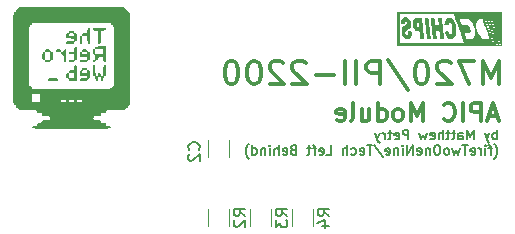
<source format=gbr>
%TF.GenerationSoftware,KiCad,Pcbnew,(6.0.5)*%
%TF.CreationDate,2023-06-09T12:11:34-05:00*%
%TF.ProjectId,pcchips_apic,70636368-6970-4735-9f61-7069632e6b69,rev?*%
%TF.SameCoordinates,Original*%
%TF.FileFunction,Legend,Bot*%
%TF.FilePolarity,Positive*%
%FSLAX46Y46*%
G04 Gerber Fmt 4.6, Leading zero omitted, Abs format (unit mm)*
G04 Created by KiCad (PCBNEW (6.0.5)) date 2023-06-09 12:11:34*
%MOMM*%
%LPD*%
G01*
G04 APERTURE LIST*
%ADD10C,0.152400*%
%ADD11C,0.304800*%
%ADD12C,0.300000*%
%ADD13C,0.150000*%
%ADD14C,0.120000*%
G04 APERTURE END LIST*
D10*
X138136178Y-66513557D02*
X138136178Y-65695557D01*
X138136178Y-66007176D02*
X138058273Y-65968224D01*
X137902463Y-65968224D01*
X137824559Y-66007176D01*
X137785606Y-66046129D01*
X137746654Y-66124033D01*
X137746654Y-66357748D01*
X137785606Y-66435652D01*
X137824559Y-66474605D01*
X137902463Y-66513557D01*
X138058273Y-66513557D01*
X138136178Y-66474605D01*
X137473987Y-65968224D02*
X137279225Y-66513557D01*
X137084463Y-65968224D02*
X137279225Y-66513557D01*
X137357130Y-66708319D01*
X137396082Y-66747271D01*
X137473987Y-66786224D01*
X136149606Y-66513557D02*
X136149606Y-65695557D01*
X135876940Y-66279843D01*
X135604273Y-65695557D01*
X135604273Y-66513557D01*
X134864178Y-66513557D02*
X134864178Y-66085081D01*
X134903130Y-66007176D01*
X134981035Y-65968224D01*
X135136844Y-65968224D01*
X135214749Y-66007176D01*
X134864178Y-66474605D02*
X134942082Y-66513557D01*
X135136844Y-66513557D01*
X135214749Y-66474605D01*
X135253701Y-66396700D01*
X135253701Y-66318795D01*
X135214749Y-66240890D01*
X135136844Y-66201938D01*
X134942082Y-66201938D01*
X134864178Y-66162986D01*
X134591511Y-65968224D02*
X134279892Y-65968224D01*
X134474654Y-65695557D02*
X134474654Y-66396700D01*
X134435701Y-66474605D01*
X134357797Y-66513557D01*
X134279892Y-66513557D01*
X134124082Y-65968224D02*
X133812463Y-65968224D01*
X134007225Y-65695557D02*
X134007225Y-66396700D01*
X133968273Y-66474605D01*
X133890368Y-66513557D01*
X133812463Y-66513557D01*
X133539797Y-66513557D02*
X133539797Y-65695557D01*
X133189225Y-66513557D02*
X133189225Y-66085081D01*
X133228178Y-66007176D01*
X133306082Y-65968224D01*
X133422940Y-65968224D01*
X133500844Y-66007176D01*
X133539797Y-66046129D01*
X132488082Y-66474605D02*
X132565987Y-66513557D01*
X132721797Y-66513557D01*
X132799701Y-66474605D01*
X132838654Y-66396700D01*
X132838654Y-66085081D01*
X132799701Y-66007176D01*
X132721797Y-65968224D01*
X132565987Y-65968224D01*
X132488082Y-66007176D01*
X132449130Y-66085081D01*
X132449130Y-66162986D01*
X132838654Y-66240890D01*
X132176463Y-65968224D02*
X132020654Y-66513557D01*
X131864844Y-66124033D01*
X131709035Y-66513557D01*
X131553225Y-65968224D01*
X130618368Y-66513557D02*
X130618368Y-65695557D01*
X130306749Y-65695557D01*
X130228844Y-65734510D01*
X130189892Y-65773462D01*
X130150940Y-65851367D01*
X130150940Y-65968224D01*
X130189892Y-66046129D01*
X130228844Y-66085081D01*
X130306749Y-66124033D01*
X130618368Y-66124033D01*
X129488749Y-66474605D02*
X129566654Y-66513557D01*
X129722463Y-66513557D01*
X129800368Y-66474605D01*
X129839320Y-66396700D01*
X129839320Y-66085081D01*
X129800368Y-66007176D01*
X129722463Y-65968224D01*
X129566654Y-65968224D01*
X129488749Y-66007176D01*
X129449797Y-66085081D01*
X129449797Y-66162986D01*
X129839320Y-66240890D01*
X129216082Y-65968224D02*
X128904463Y-65968224D01*
X129099225Y-65695557D02*
X129099225Y-66396700D01*
X129060273Y-66474605D01*
X128982368Y-66513557D01*
X128904463Y-66513557D01*
X128631797Y-66513557D02*
X128631797Y-65968224D01*
X128631797Y-66124033D02*
X128592844Y-66046129D01*
X128553892Y-66007176D01*
X128475987Y-65968224D01*
X128398082Y-65968224D01*
X128203320Y-65968224D02*
X128008559Y-66513557D01*
X127813797Y-65968224D02*
X128008559Y-66513557D01*
X128086463Y-66708319D01*
X128125416Y-66747271D01*
X128203320Y-66786224D01*
X137902463Y-68142156D02*
X137941416Y-68103204D01*
X138019320Y-67986347D01*
X138058273Y-67908442D01*
X138097225Y-67791585D01*
X138136178Y-67596823D01*
X138136178Y-67441013D01*
X138097225Y-67246251D01*
X138058273Y-67129394D01*
X138019320Y-67051490D01*
X137941416Y-66934632D01*
X137902463Y-66895680D01*
X137707701Y-67285204D02*
X137396082Y-67285204D01*
X137590844Y-67830537D02*
X137590844Y-67129394D01*
X137551892Y-67051490D01*
X137473987Y-67012537D01*
X137396082Y-67012537D01*
X137123416Y-67830537D02*
X137123416Y-67285204D01*
X137123416Y-67012537D02*
X137162368Y-67051490D01*
X137123416Y-67090442D01*
X137084463Y-67051490D01*
X137123416Y-67012537D01*
X137123416Y-67090442D01*
X136733892Y-67830537D02*
X136733892Y-67285204D01*
X136733892Y-67441013D02*
X136694940Y-67363109D01*
X136655987Y-67324156D01*
X136578082Y-67285204D01*
X136500178Y-67285204D01*
X135915892Y-67791585D02*
X135993797Y-67830537D01*
X136149606Y-67830537D01*
X136227511Y-67791585D01*
X136266463Y-67713680D01*
X136266463Y-67402061D01*
X136227511Y-67324156D01*
X136149606Y-67285204D01*
X135993797Y-67285204D01*
X135915892Y-67324156D01*
X135876940Y-67402061D01*
X135876940Y-67479966D01*
X136266463Y-67557870D01*
X135643225Y-67012537D02*
X135175797Y-67012537D01*
X135409511Y-67830537D02*
X135409511Y-67012537D01*
X134981035Y-67285204D02*
X134825225Y-67830537D01*
X134669416Y-67441013D01*
X134513606Y-67830537D01*
X134357797Y-67285204D01*
X133929320Y-67830537D02*
X134007225Y-67791585D01*
X134046178Y-67752632D01*
X134085130Y-67674728D01*
X134085130Y-67441013D01*
X134046178Y-67363109D01*
X134007225Y-67324156D01*
X133929320Y-67285204D01*
X133812463Y-67285204D01*
X133734559Y-67324156D01*
X133695606Y-67363109D01*
X133656654Y-67441013D01*
X133656654Y-67674728D01*
X133695606Y-67752632D01*
X133734559Y-67791585D01*
X133812463Y-67830537D01*
X133929320Y-67830537D01*
X133150273Y-67012537D02*
X132994463Y-67012537D01*
X132916559Y-67051490D01*
X132838654Y-67129394D01*
X132799701Y-67285204D01*
X132799701Y-67557870D01*
X132838654Y-67713680D01*
X132916559Y-67791585D01*
X132994463Y-67830537D01*
X133150273Y-67830537D01*
X133228178Y-67791585D01*
X133306082Y-67713680D01*
X133345035Y-67557870D01*
X133345035Y-67285204D01*
X133306082Y-67129394D01*
X133228178Y-67051490D01*
X133150273Y-67012537D01*
X132449130Y-67285204D02*
X132449130Y-67830537D01*
X132449130Y-67363109D02*
X132410178Y-67324156D01*
X132332273Y-67285204D01*
X132215416Y-67285204D01*
X132137511Y-67324156D01*
X132098559Y-67402061D01*
X132098559Y-67830537D01*
X131397416Y-67791585D02*
X131475320Y-67830537D01*
X131631130Y-67830537D01*
X131709035Y-67791585D01*
X131747987Y-67713680D01*
X131747987Y-67402061D01*
X131709035Y-67324156D01*
X131631130Y-67285204D01*
X131475320Y-67285204D01*
X131397416Y-67324156D01*
X131358463Y-67402061D01*
X131358463Y-67479966D01*
X131747987Y-67557870D01*
X131007892Y-67830537D02*
X131007892Y-67012537D01*
X130540463Y-67830537D01*
X130540463Y-67012537D01*
X130150940Y-67830537D02*
X130150940Y-67285204D01*
X130150940Y-67012537D02*
X130189892Y-67051490D01*
X130150940Y-67090442D01*
X130111987Y-67051490D01*
X130150940Y-67012537D01*
X130150940Y-67090442D01*
X129761416Y-67285204D02*
X129761416Y-67830537D01*
X129761416Y-67363109D02*
X129722463Y-67324156D01*
X129644559Y-67285204D01*
X129527701Y-67285204D01*
X129449797Y-67324156D01*
X129410844Y-67402061D01*
X129410844Y-67830537D01*
X128709701Y-67791585D02*
X128787606Y-67830537D01*
X128943416Y-67830537D01*
X129021320Y-67791585D01*
X129060273Y-67713680D01*
X129060273Y-67402061D01*
X129021320Y-67324156D01*
X128943416Y-67285204D01*
X128787606Y-67285204D01*
X128709701Y-67324156D01*
X128670749Y-67402061D01*
X128670749Y-67479966D01*
X129060273Y-67557870D01*
X127735892Y-66973585D02*
X128437035Y-68025299D01*
X127580082Y-67012537D02*
X127112654Y-67012537D01*
X127346368Y-67830537D02*
X127346368Y-67012537D01*
X126528368Y-67791585D02*
X126606273Y-67830537D01*
X126762082Y-67830537D01*
X126839987Y-67791585D01*
X126878940Y-67713680D01*
X126878940Y-67402061D01*
X126839987Y-67324156D01*
X126762082Y-67285204D01*
X126606273Y-67285204D01*
X126528368Y-67324156D01*
X126489416Y-67402061D01*
X126489416Y-67479966D01*
X126878940Y-67557870D01*
X125788273Y-67791585D02*
X125866178Y-67830537D01*
X126021987Y-67830537D01*
X126099892Y-67791585D01*
X126138844Y-67752632D01*
X126177797Y-67674728D01*
X126177797Y-67441013D01*
X126138844Y-67363109D01*
X126099892Y-67324156D01*
X126021987Y-67285204D01*
X125866178Y-67285204D01*
X125788273Y-67324156D01*
X125437701Y-67830537D02*
X125437701Y-67012537D01*
X125087130Y-67830537D02*
X125087130Y-67402061D01*
X125126082Y-67324156D01*
X125203987Y-67285204D01*
X125320844Y-67285204D01*
X125398749Y-67324156D01*
X125437701Y-67363109D01*
X123684844Y-67830537D02*
X124074368Y-67830537D01*
X124074368Y-67012537D01*
X123100559Y-67791585D02*
X123178463Y-67830537D01*
X123334273Y-67830537D01*
X123412178Y-67791585D01*
X123451130Y-67713680D01*
X123451130Y-67402061D01*
X123412178Y-67324156D01*
X123334273Y-67285204D01*
X123178463Y-67285204D01*
X123100559Y-67324156D01*
X123061606Y-67402061D01*
X123061606Y-67479966D01*
X123451130Y-67557870D01*
X122827892Y-67285204D02*
X122516273Y-67285204D01*
X122711035Y-67830537D02*
X122711035Y-67129394D01*
X122672082Y-67051490D01*
X122594178Y-67012537D01*
X122516273Y-67012537D01*
X122360463Y-67285204D02*
X122048844Y-67285204D01*
X122243606Y-67012537D02*
X122243606Y-67713680D01*
X122204654Y-67791585D01*
X122126749Y-67830537D01*
X122048844Y-67830537D01*
X120880273Y-67402061D02*
X120763416Y-67441013D01*
X120724463Y-67479966D01*
X120685511Y-67557870D01*
X120685511Y-67674728D01*
X120724463Y-67752632D01*
X120763416Y-67791585D01*
X120841320Y-67830537D01*
X121152940Y-67830537D01*
X121152940Y-67012537D01*
X120880273Y-67012537D01*
X120802368Y-67051490D01*
X120763416Y-67090442D01*
X120724463Y-67168347D01*
X120724463Y-67246251D01*
X120763416Y-67324156D01*
X120802368Y-67363109D01*
X120880273Y-67402061D01*
X121152940Y-67402061D01*
X120023320Y-67791585D02*
X120101225Y-67830537D01*
X120257035Y-67830537D01*
X120334940Y-67791585D01*
X120373892Y-67713680D01*
X120373892Y-67402061D01*
X120334940Y-67324156D01*
X120257035Y-67285204D01*
X120101225Y-67285204D01*
X120023320Y-67324156D01*
X119984368Y-67402061D01*
X119984368Y-67479966D01*
X120373892Y-67557870D01*
X119633797Y-67830537D02*
X119633797Y-67012537D01*
X119283225Y-67830537D02*
X119283225Y-67402061D01*
X119322178Y-67324156D01*
X119400082Y-67285204D01*
X119516940Y-67285204D01*
X119594844Y-67324156D01*
X119633797Y-67363109D01*
X118893701Y-67830537D02*
X118893701Y-67285204D01*
X118893701Y-67012537D02*
X118932654Y-67051490D01*
X118893701Y-67090442D01*
X118854749Y-67051490D01*
X118893701Y-67012537D01*
X118893701Y-67090442D01*
X118504178Y-67285204D02*
X118504178Y-67830537D01*
X118504178Y-67363109D02*
X118465225Y-67324156D01*
X118387320Y-67285204D01*
X118270463Y-67285204D01*
X118192559Y-67324156D01*
X118153606Y-67402061D01*
X118153606Y-67830537D01*
X117413511Y-67830537D02*
X117413511Y-67012537D01*
X117413511Y-67791585D02*
X117491416Y-67830537D01*
X117647225Y-67830537D01*
X117725130Y-67791585D01*
X117764082Y-67752632D01*
X117803035Y-67674728D01*
X117803035Y-67441013D01*
X117764082Y-67363109D01*
X117725130Y-67324156D01*
X117647225Y-67285204D01*
X117491416Y-67285204D01*
X117413511Y-67324156D01*
X117101892Y-68142156D02*
X117062940Y-68103204D01*
X116985035Y-67986347D01*
X116946082Y-67908442D01*
X116907130Y-67791585D01*
X116868178Y-67596823D01*
X116868178Y-67441013D01*
X116907130Y-67246251D01*
X116946082Y-67129394D01*
X116985035Y-67051490D01*
X117062940Y-66934632D01*
X117101892Y-66895680D01*
D11*
X138139714Y-64516000D02*
X137414000Y-64516000D01*
X138284857Y-64951428D02*
X137776857Y-63427428D01*
X137268857Y-64951428D01*
X136760857Y-64951428D02*
X136760857Y-63427428D01*
X136180285Y-63427428D01*
X136035142Y-63500000D01*
X135962571Y-63572571D01*
X135890000Y-63717714D01*
X135890000Y-63935428D01*
X135962571Y-64080571D01*
X136035142Y-64153142D01*
X136180285Y-64225714D01*
X136760857Y-64225714D01*
X135236857Y-64951428D02*
X135236857Y-63427428D01*
X133640285Y-64806285D02*
X133712857Y-64878857D01*
X133930571Y-64951428D01*
X134075714Y-64951428D01*
X134293428Y-64878857D01*
X134438571Y-64733714D01*
X134511142Y-64588571D01*
X134583714Y-64298285D01*
X134583714Y-64080571D01*
X134511142Y-63790285D01*
X134438571Y-63645142D01*
X134293428Y-63500000D01*
X134075714Y-63427428D01*
X133930571Y-63427428D01*
X133712857Y-63500000D01*
X133640285Y-63572571D01*
X131826000Y-64951428D02*
X131826000Y-63427428D01*
X131318000Y-64516000D01*
X130810000Y-63427428D01*
X130810000Y-64951428D01*
X129866571Y-64951428D02*
X130011714Y-64878857D01*
X130084285Y-64806285D01*
X130156857Y-64661142D01*
X130156857Y-64225714D01*
X130084285Y-64080571D01*
X130011714Y-64008000D01*
X129866571Y-63935428D01*
X129648857Y-63935428D01*
X129503714Y-64008000D01*
X129431142Y-64080571D01*
X129358571Y-64225714D01*
X129358571Y-64661142D01*
X129431142Y-64806285D01*
X129503714Y-64878857D01*
X129648857Y-64951428D01*
X129866571Y-64951428D01*
X128052285Y-64951428D02*
X128052285Y-63427428D01*
X128052285Y-64878857D02*
X128197428Y-64951428D01*
X128487714Y-64951428D01*
X128632857Y-64878857D01*
X128705428Y-64806285D01*
X128778000Y-64661142D01*
X128778000Y-64225714D01*
X128705428Y-64080571D01*
X128632857Y-64008000D01*
X128487714Y-63935428D01*
X128197428Y-63935428D01*
X128052285Y-64008000D01*
X126673428Y-63935428D02*
X126673428Y-64951428D01*
X127326571Y-63935428D02*
X127326571Y-64733714D01*
X127254000Y-64878857D01*
X127108857Y-64951428D01*
X126891142Y-64951428D01*
X126746000Y-64878857D01*
X126673428Y-64806285D01*
X125730000Y-64951428D02*
X125875142Y-64878857D01*
X125947714Y-64733714D01*
X125947714Y-63427428D01*
X124568857Y-64878857D02*
X124714000Y-64951428D01*
X125004285Y-64951428D01*
X125149428Y-64878857D01*
X125222000Y-64733714D01*
X125222000Y-64153142D01*
X125149428Y-64008000D01*
X125004285Y-63935428D01*
X124714000Y-63935428D01*
X124568857Y-64008000D01*
X124496285Y-64153142D01*
X124496285Y-64298285D01*
X125222000Y-64443428D01*
X138317428Y-61864761D02*
X138317428Y-59864761D01*
X137650761Y-61293333D01*
X136984095Y-59864761D01*
X136984095Y-61864761D01*
X136222190Y-59864761D02*
X134888857Y-59864761D01*
X135746000Y-61864761D01*
X134222190Y-60055238D02*
X134126952Y-59960000D01*
X133936476Y-59864761D01*
X133460285Y-59864761D01*
X133269809Y-59960000D01*
X133174571Y-60055238D01*
X133079333Y-60245714D01*
X133079333Y-60436190D01*
X133174571Y-60721904D01*
X134317428Y-61864761D01*
X133079333Y-61864761D01*
X131841238Y-59864761D02*
X131650761Y-59864761D01*
X131460285Y-59960000D01*
X131365047Y-60055238D01*
X131269809Y-60245714D01*
X131174571Y-60626666D01*
X131174571Y-61102857D01*
X131269809Y-61483809D01*
X131365047Y-61674285D01*
X131460285Y-61769523D01*
X131650761Y-61864761D01*
X131841238Y-61864761D01*
X132031714Y-61769523D01*
X132126952Y-61674285D01*
X132222190Y-61483809D01*
X132317428Y-61102857D01*
X132317428Y-60626666D01*
X132222190Y-60245714D01*
X132126952Y-60055238D01*
X132031714Y-59960000D01*
X131841238Y-59864761D01*
X128888857Y-59769523D02*
X130603142Y-62340952D01*
X128222190Y-61864761D02*
X128222190Y-59864761D01*
X127460285Y-59864761D01*
X127269809Y-59960000D01*
X127174571Y-60055238D01*
X127079333Y-60245714D01*
X127079333Y-60531428D01*
X127174571Y-60721904D01*
X127269809Y-60817142D01*
X127460285Y-60912380D01*
X128222190Y-60912380D01*
X126222190Y-61864761D02*
X126222190Y-59864761D01*
X125269809Y-61864761D02*
X125269809Y-59864761D01*
X124317428Y-61102857D02*
X122793619Y-61102857D01*
X121936476Y-60055238D02*
X121841238Y-59960000D01*
X121650761Y-59864761D01*
X121174571Y-59864761D01*
X120984095Y-59960000D01*
X120888857Y-60055238D01*
X120793619Y-60245714D01*
X120793619Y-60436190D01*
X120888857Y-60721904D01*
X122031714Y-61864761D01*
X120793619Y-61864761D01*
X120031714Y-60055238D02*
X119936476Y-59960000D01*
X119746000Y-59864761D01*
X119269809Y-59864761D01*
X119079333Y-59960000D01*
X118984095Y-60055238D01*
X118888857Y-60245714D01*
X118888857Y-60436190D01*
X118984095Y-60721904D01*
X120126952Y-61864761D01*
X118888857Y-61864761D01*
X117650761Y-59864761D02*
X117460285Y-59864761D01*
X117269809Y-59960000D01*
X117174571Y-60055238D01*
X117079333Y-60245714D01*
X116984095Y-60626666D01*
X116984095Y-61102857D01*
X117079333Y-61483809D01*
X117174571Y-61674285D01*
X117269809Y-61769523D01*
X117460285Y-61864761D01*
X117650761Y-61864761D01*
X117841238Y-61769523D01*
X117936476Y-61674285D01*
X118031714Y-61483809D01*
X118126952Y-61102857D01*
X118126952Y-60626666D01*
X118031714Y-60245714D01*
X117936476Y-60055238D01*
X117841238Y-59960000D01*
X117650761Y-59864761D01*
X115746000Y-59864761D02*
X115555523Y-59864761D01*
X115365047Y-59960000D01*
X115269809Y-60055238D01*
X115174571Y-60245714D01*
X115079333Y-60626666D01*
X115079333Y-61102857D01*
X115174571Y-61483809D01*
X115269809Y-61674285D01*
X115365047Y-61769523D01*
X115555523Y-61864761D01*
X115746000Y-61864761D01*
X115936476Y-61769523D01*
X116031714Y-61674285D01*
X116126952Y-61483809D01*
X116222190Y-61102857D01*
X116222190Y-60626666D01*
X116126952Y-60245714D01*
X116031714Y-60055238D01*
X115936476Y-59960000D01*
X115746000Y-59864761D01*
D12*
%TO.C,.*%
X136398000Y-58202285D02*
X136325428Y-58274857D01*
X136398000Y-58347428D01*
X136470571Y-58274857D01*
X136398000Y-58202285D01*
X136398000Y-58347428D01*
X104648000Y-63790285D02*
X104575428Y-63862857D01*
X104648000Y-63935428D01*
X104720571Y-63862857D01*
X104648000Y-63790285D01*
X104648000Y-63935428D01*
D13*
%TO.C,C2*%
X112879142Y-67397333D02*
X112926761Y-67349714D01*
X112974380Y-67206857D01*
X112974380Y-67111619D01*
X112926761Y-66968761D01*
X112831523Y-66873523D01*
X112736285Y-66825904D01*
X112545809Y-66778285D01*
X112402952Y-66778285D01*
X112212476Y-66825904D01*
X112117238Y-66873523D01*
X112022000Y-66968761D01*
X111974380Y-67111619D01*
X111974380Y-67206857D01*
X112022000Y-67349714D01*
X112069619Y-67397333D01*
X112069619Y-67778285D02*
X112022000Y-67825904D01*
X111974380Y-67921142D01*
X111974380Y-68159238D01*
X112022000Y-68254476D01*
X112069619Y-68302095D01*
X112164857Y-68349714D01*
X112260095Y-68349714D01*
X112402952Y-68302095D01*
X112974380Y-67730666D01*
X112974380Y-68349714D01*
%TO.C,R3*%
X120382380Y-72997333D02*
X119906190Y-72664000D01*
X120382380Y-72425904D02*
X119382380Y-72425904D01*
X119382380Y-72806857D01*
X119430000Y-72902095D01*
X119477619Y-72949714D01*
X119572857Y-72997333D01*
X119715714Y-72997333D01*
X119810952Y-72949714D01*
X119858571Y-72902095D01*
X119906190Y-72806857D01*
X119906190Y-72425904D01*
X119382380Y-73330666D02*
X119382380Y-73949714D01*
X119763333Y-73616380D01*
X119763333Y-73759238D01*
X119810952Y-73854476D01*
X119858571Y-73902095D01*
X119953809Y-73949714D01*
X120191904Y-73949714D01*
X120287142Y-73902095D01*
X120334761Y-73854476D01*
X120382380Y-73759238D01*
X120382380Y-73473523D01*
X120334761Y-73378285D01*
X120287142Y-73330666D01*
%TO.C,R4*%
X123938380Y-72985333D02*
X123462190Y-72652000D01*
X123938380Y-72413904D02*
X122938380Y-72413904D01*
X122938380Y-72794857D01*
X122986000Y-72890095D01*
X123033619Y-72937714D01*
X123128857Y-72985333D01*
X123271714Y-72985333D01*
X123366952Y-72937714D01*
X123414571Y-72890095D01*
X123462190Y-72794857D01*
X123462190Y-72413904D01*
X123271714Y-73842476D02*
X123938380Y-73842476D01*
X122890761Y-73604380D02*
X123605047Y-73366285D01*
X123605047Y-73985333D01*
%TO.C,R2*%
X116826380Y-72985333D02*
X116350190Y-72652000D01*
X116826380Y-72413904D02*
X115826380Y-72413904D01*
X115826380Y-72794857D01*
X115874000Y-72890095D01*
X115921619Y-72937714D01*
X116016857Y-72985333D01*
X116159714Y-72985333D01*
X116254952Y-72937714D01*
X116302571Y-72890095D01*
X116350190Y-72794857D01*
X116350190Y-72413904D01*
X115921619Y-73366285D02*
X115874000Y-73413904D01*
X115826380Y-73509142D01*
X115826380Y-73747238D01*
X115874000Y-73842476D01*
X115921619Y-73890095D01*
X116016857Y-73937714D01*
X116112095Y-73937714D01*
X116254952Y-73890095D01*
X116826380Y-73318666D01*
X116826380Y-73937714D01*
%TO.C,.*%
G36*
X131856873Y-57063791D02*
G01*
X131870620Y-57209729D01*
X131882981Y-57340418D01*
X131892570Y-57441182D01*
X131895220Y-57468905D01*
X131907096Y-57593575D01*
X131919179Y-57721020D01*
X131929224Y-57827557D01*
X131945515Y-58001146D01*
X131788248Y-58001146D01*
X131711326Y-57999576D01*
X131651657Y-57988597D01*
X131619535Y-57959356D01*
X131606401Y-57903020D01*
X131603692Y-57810758D01*
X131603596Y-57803324D01*
X131599398Y-57732286D01*
X131590265Y-57638007D01*
X131577931Y-57538790D01*
X131552448Y-57356417D01*
X131410154Y-57347356D01*
X131299718Y-57331896D01*
X131213599Y-57295123D01*
X131145690Y-57229527D01*
X131084377Y-57127261D01*
X131075616Y-57109209D01*
X131024487Y-56968945D01*
X130994716Y-56818513D01*
X130992632Y-56781401D01*
X131313922Y-56781401D01*
X131325052Y-56856839D01*
X131348350Y-56915603D01*
X131382573Y-56951800D01*
X131449144Y-56970811D01*
X131488948Y-56967385D01*
X131509523Y-56946885D01*
X131513763Y-56895542D01*
X131513434Y-56877045D01*
X131508496Y-56798784D01*
X131499520Y-56716354D01*
X131495492Y-56688795D01*
X131483228Y-56638549D01*
X131462714Y-56617007D01*
X131425604Y-56612434D01*
X131380737Y-56618813D01*
X131339054Y-56639312D01*
X131330543Y-56651163D01*
X131315555Y-56706954D01*
X131313922Y-56781401D01*
X130992632Y-56781401D01*
X130986257Y-56667847D01*
X130999061Y-56526883D01*
X131033081Y-56405555D01*
X131088270Y-56313798D01*
X131151599Y-56242857D01*
X131463813Y-56235621D01*
X131776028Y-56228386D01*
X131790612Y-56370013D01*
X131793435Y-56397867D01*
X131802197Y-56486840D01*
X131813427Y-56603142D01*
X131825978Y-56734844D01*
X131838702Y-56870018D01*
X131841090Y-56895542D01*
X131843124Y-56917283D01*
X131856873Y-57063791D01*
G37*
G36*
X132329500Y-56338051D02*
G01*
X132336872Y-56391926D01*
X132348790Y-56484604D01*
X132362630Y-56596283D01*
X132376667Y-56713227D01*
X132387504Y-56804760D01*
X132403382Y-56937793D01*
X132418413Y-57062661D01*
X132430418Y-57161199D01*
X132441670Y-57253905D01*
X132456256Y-57375998D01*
X132472207Y-57510922D01*
X132487631Y-57642769D01*
X132490894Y-57670593D01*
X132504426Y-57781112D01*
X132516741Y-57874455D01*
X132526593Y-57941505D01*
X132532737Y-57973148D01*
X132533526Y-57978749D01*
X132516986Y-57991879D01*
X132467188Y-57999001D01*
X132378451Y-58001146D01*
X132214209Y-58001146D01*
X132198732Y-57894753D01*
X132191375Y-57840890D01*
X132179502Y-57748210D01*
X132165730Y-57636527D01*
X132151779Y-57519577D01*
X132142739Y-57443047D01*
X132123934Y-57286490D01*
X132104159Y-57124500D01*
X132086445Y-56982011D01*
X132075500Y-56894129D01*
X132058448Y-56754169D01*
X132042332Y-56618756D01*
X132029544Y-56507831D01*
X132024325Y-56463276D01*
X132012435Y-56373656D01*
X132001347Y-56304174D01*
X131992921Y-56267046D01*
X131992656Y-56266346D01*
X131992079Y-56248403D01*
X132012214Y-56237870D01*
X132061077Y-56232903D01*
X132146682Y-56231658D01*
X132314024Y-56231658D01*
X132329500Y-56338051D01*
G37*
G36*
X132844545Y-56304453D02*
G01*
X132848493Y-56331895D01*
X132858156Y-56405364D01*
X132870160Y-56501554D01*
X132882780Y-56606834D01*
X132909720Y-56836420D01*
X133199825Y-56836420D01*
X133186270Y-56718827D01*
X133185555Y-56712553D01*
X133176739Y-56627940D01*
X133166734Y-56522111D01*
X133157567Y-56416446D01*
X133142420Y-56231658D01*
X133456059Y-56231658D01*
X133470155Y-56360450D01*
X133471201Y-56369953D01*
X133481494Y-56460668D01*
X133494405Y-56571149D01*
X133507395Y-56679630D01*
X133518651Y-56774838D01*
X133533072Y-56900899D01*
X133548504Y-57038932D01*
X133563079Y-57172399D01*
X133576940Y-57300581D01*
X133592331Y-57441796D01*
X133606719Y-57572776D01*
X133618226Y-57676367D01*
X133622304Y-57713679D01*
X133631853Y-57809536D01*
X133638581Y-57889609D01*
X133641231Y-57939550D01*
X133641107Y-57957856D01*
X133635617Y-57982761D01*
X133614922Y-57995627D01*
X133569158Y-58000429D01*
X133488461Y-58001146D01*
X133335293Y-58001146D01*
X133309524Y-57782760D01*
X133304459Y-57739667D01*
X133291134Y-57624907D01*
X133278843Y-57517328D01*
X133269723Y-57435582D01*
X133255692Y-57306790D01*
X133112682Y-57306790D01*
X133068480Y-57306447D01*
X133023667Y-57308034D01*
X132993537Y-57317556D01*
X132976386Y-57341118D01*
X132970507Y-57384828D01*
X132974194Y-57454792D01*
X132985744Y-57557119D01*
X133003448Y-57697914D01*
X133003516Y-57698455D01*
X133016468Y-57803702D01*
X133027073Y-57892516D01*
X133034237Y-57955559D01*
X133036867Y-57983496D01*
X133036321Y-57984933D01*
X133009729Y-57993155D01*
X132951121Y-57998952D01*
X132871527Y-58001146D01*
X132706187Y-58001146D01*
X132690928Y-57805159D01*
X132689536Y-57787717D01*
X132679279Y-57675084D01*
X132667344Y-57563495D01*
X132656036Y-57474780D01*
X132652879Y-57452168D01*
X132642125Y-57367369D01*
X132628814Y-57254609D01*
X132614339Y-57125889D01*
X132600095Y-56993210D01*
X132594762Y-56942870D01*
X132580096Y-56809988D01*
X132565583Y-56685469D01*
X132552654Y-56581385D01*
X132542743Y-56509805D01*
X132534173Y-56448139D01*
X132525186Y-56364187D01*
X132521700Y-56302618D01*
X132521700Y-56231658D01*
X132833250Y-56231658D01*
X132844545Y-56304453D01*
G37*
G36*
X134204968Y-56217352D02*
G01*
X134323637Y-56261647D01*
X134424514Y-56345799D01*
X134509740Y-56471237D01*
X134547624Y-56546651D01*
X134592430Y-56656640D01*
X134624050Y-56770870D01*
X134644445Y-56899400D01*
X134655574Y-57052288D01*
X134659395Y-57239594D01*
X134659347Y-57371547D01*
X134657265Y-57474553D01*
X134652086Y-57551844D01*
X134642777Y-57613157D01*
X134628303Y-57668225D01*
X134607630Y-57726783D01*
X134591546Y-57765927D01*
X134523028Y-57885802D01*
X134440021Y-57973245D01*
X134347890Y-58022153D01*
X134343504Y-58023406D01*
X134213437Y-58039275D01*
X134093018Y-58013210D01*
X133984968Y-57947477D01*
X133892010Y-57844341D01*
X133816867Y-57706066D01*
X133762261Y-57534919D01*
X133734368Y-57414927D01*
X133857501Y-57360472D01*
X133914383Y-57337458D01*
X133970613Y-57319959D01*
X133999797Y-57317860D01*
X134016475Y-57342573D01*
X134032630Y-57391946D01*
X134033419Y-57395360D01*
X134056147Y-57459393D01*
X134090020Y-57526081D01*
X134127631Y-57570738D01*
X134189061Y-57599664D01*
X134251823Y-57589871D01*
X134305321Y-57540642D01*
X134324823Y-57496441D01*
X134343125Y-57404350D01*
X134351049Y-57287583D01*
X134349233Y-57157062D01*
X134338312Y-57023711D01*
X134318923Y-56898452D01*
X134291702Y-56792209D01*
X134257284Y-56715903D01*
X134204400Y-56660582D01*
X134142817Y-56640448D01*
X134084065Y-56658060D01*
X134036359Y-56710781D01*
X134007912Y-56795973D01*
X134001142Y-56830532D01*
X133984204Y-56867615D01*
X133957855Y-56871920D01*
X133931959Y-56866370D01*
X133869476Y-56856389D01*
X133792301Y-56846304D01*
X133662991Y-56831128D01*
X133677402Y-56749779D01*
X133697865Y-56660799D01*
X133734092Y-56547627D01*
X133776911Y-56444038D01*
X133819848Y-56367412D01*
X133827654Y-56356665D01*
X133909002Y-56270948D01*
X134001753Y-56223725D01*
X134116672Y-56209259D01*
X134204968Y-56217352D01*
G37*
G36*
X129699478Y-58583510D02*
G01*
X129699478Y-58337125D01*
X129923464Y-58337125D01*
X132622494Y-58337125D01*
X132882882Y-58337038D01*
X133217296Y-58336665D01*
X133536963Y-58336014D01*
X133839151Y-58335106D01*
X134121127Y-58333958D01*
X134380160Y-58332590D01*
X134613519Y-58331020D01*
X134818471Y-58329268D01*
X134992285Y-58327353D01*
X135132229Y-58325293D01*
X135235572Y-58323107D01*
X135299580Y-58320815D01*
X135321523Y-58318434D01*
X135318091Y-58304625D01*
X135301773Y-58253916D01*
X135274332Y-58173681D01*
X135238331Y-58071375D01*
X135196335Y-57954457D01*
X135168246Y-57876896D01*
X135110548Y-57717205D01*
X135047082Y-57541189D01*
X134983778Y-57365301D01*
X134926569Y-57205996D01*
X134884921Y-57089990D01*
X134833933Y-56948291D01*
X134786236Y-56816063D01*
X134745764Y-56704210D01*
X134716451Y-56623633D01*
X134687365Y-56543351D01*
X134645045Y-56425124D01*
X134600237Y-56298854D01*
X134960127Y-56298854D01*
X134974805Y-56349250D01*
X134980174Y-56366667D01*
X134999643Y-56426348D01*
X135027557Y-56509664D01*
X135059796Y-56604260D01*
X135130110Y-56808872D01*
X135391164Y-56824453D01*
X135481265Y-56830059D01*
X135565215Y-56837062D01*
X135621441Y-56846134D01*
X135659529Y-56859800D01*
X135689067Y-56880587D01*
X135719641Y-56911023D01*
X135801105Y-57016968D01*
X135865259Y-57156927D01*
X135889933Y-57302141D01*
X135890328Y-57334796D01*
X135885449Y-57396966D01*
X135867272Y-57438487D01*
X135829842Y-57476645D01*
X135824102Y-57481515D01*
X135786703Y-57507399D01*
X135743395Y-57522312D01*
X135681234Y-57529141D01*
X135587278Y-57530776D01*
X135407558Y-57530776D01*
X135423540Y-57603571D01*
X135432296Y-57638920D01*
X135454516Y-57716698D01*
X135480765Y-57799559D01*
X135497496Y-57852762D01*
X135515389Y-57919846D01*
X135522560Y-57961949D01*
X135522717Y-57965501D01*
X135529135Y-57981396D01*
X135550394Y-57991759D01*
X135593982Y-57997740D01*
X135667385Y-58000486D01*
X135778088Y-58001146D01*
X136033066Y-58001146D01*
X136111254Y-57914601D01*
X136161723Y-57848887D01*
X136228930Y-57707870D01*
X136264232Y-57544128D01*
X136268127Y-57362776D01*
X136241114Y-57168932D01*
X136183691Y-56967714D01*
X136182575Y-56965114D01*
X136354584Y-56965114D01*
X136383186Y-57148318D01*
X136397250Y-57197518D01*
X136461677Y-57362776D01*
X136463179Y-57366628D01*
X136554285Y-57541554D01*
X136661921Y-57706959D01*
X136777441Y-57847511D01*
X136923040Y-58001146D01*
X137197414Y-58001146D01*
X137204828Y-58001139D01*
X137308773Y-57999510D01*
X137393626Y-57995425D01*
X137450820Y-57989474D01*
X137471788Y-57982247D01*
X137471595Y-57979794D01*
X137467447Y-57961988D01*
X137456954Y-57927263D01*
X137438883Y-57872004D01*
X137412003Y-57792597D01*
X137375080Y-57685427D01*
X137326881Y-57546881D01*
X137266174Y-57373343D01*
X137191725Y-57161199D01*
X137171642Y-57103959D01*
X137120036Y-56956311D01*
X137068089Y-56807023D01*
X137020887Y-56670722D01*
X136983510Y-56562037D01*
X136901195Y-56321252D01*
X136754113Y-56321252D01*
X136750136Y-56321254D01*
X136669759Y-56323242D01*
X136617963Y-56332545D01*
X136579183Y-56354400D01*
X136537856Y-56394048D01*
X136474902Y-56473377D01*
X136402107Y-56619527D01*
X136361446Y-56786145D01*
X136354584Y-56965114D01*
X136182575Y-56965114D01*
X136096357Y-56764237D01*
X135979611Y-56563619D01*
X135960322Y-56535452D01*
X135869921Y-56425446D01*
X135782537Y-56354745D01*
X135758705Y-56341173D01*
X135722698Y-56324063D01*
X135683069Y-56312313D01*
X135646871Y-56307115D01*
X137068613Y-56307115D01*
X137068967Y-56308620D01*
X137079043Y-56339144D01*
X137101147Y-56403208D01*
X137132773Y-56493719D01*
X137171415Y-56603580D01*
X137214566Y-56725695D01*
X137259721Y-56852970D01*
X137304373Y-56978309D01*
X137346017Y-57094616D01*
X137382145Y-57194797D01*
X137417948Y-57294159D01*
X137455073Y-57398439D01*
X137485471Y-57485124D01*
X137504817Y-57541975D01*
X137521794Y-57591981D01*
X137551338Y-57676366D01*
X137588022Y-57779504D01*
X137627521Y-57889153D01*
X137661272Y-57982247D01*
X137687034Y-58053306D01*
X137736229Y-58189145D01*
X137773621Y-58292631D01*
X137782900Y-58318434D01*
X137800996Y-58368757D01*
X137820142Y-58422515D01*
X137832848Y-58458899D01*
X137840901Y-58482901D01*
X137846090Y-58499515D01*
X137860536Y-58521614D01*
X137902585Y-58538712D01*
X137920779Y-58537638D01*
X137932674Y-58530917D01*
X137936725Y-58513327D01*
X137931738Y-58479645D01*
X137916519Y-58424649D01*
X137889870Y-58343114D01*
X137850598Y-58229820D01*
X137797508Y-58079541D01*
X137768220Y-57996725D01*
X137725274Y-57874805D01*
X137687525Y-57767081D01*
X137658241Y-57682889D01*
X137640692Y-57631570D01*
X137639740Y-57628726D01*
X137621860Y-57576468D01*
X137592196Y-57490911D01*
X137553606Y-57380251D01*
X137508948Y-57252683D01*
X137461077Y-57116402D01*
X137412097Y-56976960D01*
X137361964Y-56833782D01*
X137315913Y-56701831D01*
X137277552Y-56591444D01*
X137250489Y-56512963D01*
X137245729Y-56499119D01*
X137214190Y-56414018D01*
X137188072Y-56361737D01*
X137161632Y-56333096D01*
X137155889Y-56330590D01*
X137322310Y-56330590D01*
X137323102Y-56332717D01*
X137335624Y-56367444D01*
X137360267Y-56436358D01*
X137394613Y-56532681D01*
X137436244Y-56649629D01*
X137482742Y-56780423D01*
X137527687Y-56906865D01*
X137584978Y-57067879D01*
X137641236Y-57225839D01*
X137691810Y-57367691D01*
X137732051Y-57480379D01*
X137799594Y-57669316D01*
X137872033Y-57872103D01*
X137931622Y-58039133D01*
X137979634Y-58173979D01*
X138017338Y-58280211D01*
X138046006Y-58361401D01*
X138066911Y-58421120D01*
X138071597Y-58434395D01*
X138098833Y-58498737D01*
X138111050Y-58513327D01*
X138125275Y-58530316D01*
X138158376Y-58538712D01*
X138180281Y-58538103D01*
X138197043Y-58529605D01*
X138194451Y-58501876D01*
X138174427Y-58443518D01*
X138158665Y-58399735D01*
X138126223Y-58308707D01*
X138085727Y-58194389D01*
X138040054Y-58064973D01*
X137992081Y-57928646D01*
X137944685Y-57793598D01*
X137900742Y-57668018D01*
X137863129Y-57560096D01*
X137834722Y-57478021D01*
X137818398Y-57429982D01*
X137817446Y-57427105D01*
X137799637Y-57374823D01*
X137769999Y-57289263D01*
X137731388Y-57178615D01*
X137686662Y-57051069D01*
X137638678Y-56914815D01*
X137633598Y-56900410D01*
X137586276Y-56765437D01*
X137542993Y-56640615D01*
X137506495Y-56533956D01*
X137479524Y-56453475D01*
X137464827Y-56407186D01*
X137452837Y-56371890D01*
X137424327Y-56331947D01*
X137382711Y-56317650D01*
X137571897Y-56317650D01*
X137574045Y-56341789D01*
X137581876Y-56361752D01*
X137605192Y-56424001D01*
X137637391Y-56511748D01*
X137674626Y-56614328D01*
X137713047Y-56721071D01*
X137748807Y-56821312D01*
X137778055Y-56904381D01*
X137796944Y-56959612D01*
X137813988Y-57009610D01*
X137843595Y-57093997D01*
X137880321Y-57197137D01*
X137919835Y-57306790D01*
X137946776Y-57381228D01*
X138006609Y-57547376D01*
X138068470Y-57720127D01*
X138129478Y-57891361D01*
X138186752Y-58052957D01*
X138237409Y-58196796D01*
X138278568Y-58314757D01*
X138307347Y-58398721D01*
X138328128Y-58457271D01*
X138352326Y-58508727D01*
X138373587Y-58529605D01*
X138376809Y-58532769D01*
X138408293Y-58538712D01*
X138418055Y-58538537D01*
X138449114Y-58529165D01*
X138446063Y-58499515D01*
X138434576Y-58468994D01*
X138411042Y-58403683D01*
X138379728Y-58315275D01*
X138344257Y-58213933D01*
X138338757Y-58198141D01*
X138296368Y-58076924D01*
X138245755Y-57932820D01*
X138192794Y-57782533D01*
X138143360Y-57642769D01*
X138045419Y-57365326D01*
X137899439Y-56946755D01*
X137768249Y-56563952D01*
X137754117Y-56522500D01*
X137721763Y-56431639D01*
X137696955Y-56373148D01*
X137675247Y-56339408D01*
X137652192Y-56322800D01*
X137623342Y-56315706D01*
X137600351Y-56312985D01*
X137571897Y-56317650D01*
X137382711Y-56317650D01*
X137377122Y-56315730D01*
X137333484Y-56315045D01*
X137322310Y-56330590D01*
X137155889Y-56330590D01*
X137129129Y-56318912D01*
X137087293Y-56308948D01*
X137068613Y-56307115D01*
X135646871Y-56307115D01*
X135631585Y-56304920D01*
X135560009Y-56300881D01*
X135460108Y-56299193D01*
X135323646Y-56298854D01*
X134960127Y-56298854D01*
X134600237Y-56298854D01*
X134598982Y-56295316D01*
X134555044Y-56170405D01*
X134459178Y-55896366D01*
X132191321Y-55896022D01*
X129923464Y-55895679D01*
X129923464Y-58337125D01*
X129699478Y-58337125D01*
X129699478Y-55716490D01*
X138524522Y-55716490D01*
X138524522Y-58583510D01*
X129699478Y-58583510D01*
G37*
G36*
X130440954Y-56194153D02*
G01*
X130569534Y-56228045D01*
X130674867Y-56299034D01*
X130755417Y-56405183D01*
X130809648Y-56544553D01*
X130836022Y-56715208D01*
X130836455Y-56868550D01*
X130811988Y-56997773D01*
X130758333Y-57101845D01*
X130671745Y-57187901D01*
X130548478Y-57263076D01*
X130463203Y-57312121D01*
X130403579Y-57366408D01*
X130377414Y-57427153D01*
X130379119Y-57502249D01*
X130402370Y-57583497D01*
X130443401Y-57628916D01*
X130507248Y-57642769D01*
X130553394Y-57637150D01*
X130585346Y-57613153D01*
X130604765Y-57561962D01*
X130617421Y-57474780D01*
X130629019Y-57362787D01*
X130749939Y-57369379D01*
X130820954Y-57374659D01*
X130891041Y-57388493D01*
X130929236Y-57415641D01*
X130943145Y-57462779D01*
X130940373Y-57536586D01*
X130937562Y-57563835D01*
X130911526Y-57717682D01*
X130870267Y-57834601D01*
X130811281Y-57919914D01*
X130732060Y-57978943D01*
X130725282Y-57982372D01*
X130637101Y-58011037D01*
X130536356Y-58022555D01*
X130444005Y-58012363D01*
X130325847Y-57962167D01*
X130223123Y-57871892D01*
X130138718Y-57743563D01*
X130120551Y-57706511D01*
X130094022Y-57641648D01*
X130077482Y-57575941D01*
X130067803Y-57494740D01*
X130061858Y-57383396D01*
X130059957Y-57328146D01*
X130059283Y-57234989D01*
X130064484Y-57168901D01*
X130076951Y-57117853D01*
X130098073Y-57069816D01*
X130124640Y-57022593D01*
X130185073Y-56945950D01*
X130265743Y-56883309D01*
X130378653Y-56824162D01*
X130456751Y-56783019D01*
X130518496Y-56730624D01*
X130541799Y-56673340D01*
X130530113Y-56606199D01*
X130502492Y-56561915D01*
X130453127Y-56545238D01*
X130443825Y-56545465D01*
X130393118Y-56560696D01*
X130359617Y-56605240D01*
X130337070Y-56686715D01*
X130321095Y-56772196D01*
X130172676Y-56756754D01*
X130097524Y-56747720D01*
X130035653Y-56737882D01*
X130004697Y-56729841D01*
X129999731Y-56725137D01*
X129991302Y-56685196D01*
X129997100Y-56619018D01*
X130014696Y-56538509D01*
X130041665Y-56455576D01*
X130075578Y-56382124D01*
X130123475Y-56309147D01*
X130202565Y-56235143D01*
X130298997Y-56197852D01*
X130421488Y-56192498D01*
X130440954Y-56194153D01*
G37*
G36*
X100309770Y-59890053D02*
G01*
X100297044Y-59954924D01*
X100232050Y-59993017D01*
X100084991Y-60002442D01*
X99955249Y-59996079D01*
X99879062Y-59963582D01*
X99860212Y-59890053D01*
X99841742Y-59817399D01*
X99747823Y-59777663D01*
X99860212Y-59777663D01*
X100309770Y-59777663D01*
X100309770Y-59103327D01*
X99860212Y-59103327D01*
X99860212Y-59777663D01*
X99747823Y-59777663D01*
X99698044Y-59771465D01*
X99657549Y-59730566D01*
X99639535Y-59628811D01*
X99635434Y-59440495D01*
X99637500Y-59291157D01*
X99651133Y-59169672D01*
X99685051Y-59115630D01*
X99747823Y-59103327D01*
X99820477Y-59084856D01*
X99860212Y-58990938D01*
X99872939Y-58926067D01*
X99937933Y-58887973D01*
X100084991Y-58878548D01*
X100214733Y-58884911D01*
X100290920Y-58917409D01*
X100309770Y-58990938D01*
X100328241Y-59063591D01*
X100422159Y-59103327D01*
X100471939Y-59109526D01*
X100512434Y-59150424D01*
X100530448Y-59252180D01*
X100534549Y-59440495D01*
X100532483Y-59589833D01*
X100518850Y-59711318D01*
X100484931Y-59765361D01*
X100422159Y-59777663D01*
X100349506Y-59796134D01*
X100309770Y-59890053D01*
G37*
G36*
X102451187Y-58653816D02*
G01*
X102500330Y-58663497D01*
X102531470Y-58704186D01*
X102548675Y-58796224D01*
X102556015Y-58959953D01*
X102557558Y-59215717D01*
X102557548Y-59245812D01*
X102555612Y-59491525D01*
X102547474Y-59647224D01*
X102529067Y-59733252D01*
X102496321Y-59769951D01*
X102445168Y-59777663D01*
X102372514Y-59796134D01*
X102332779Y-59890053D01*
X102320053Y-59954924D01*
X102255058Y-59993017D01*
X102108000Y-60002442D01*
X101978258Y-59996079D01*
X101902071Y-59963582D01*
X101883221Y-59890053D01*
X101895948Y-59825182D01*
X101960942Y-59787088D01*
X102108000Y-59777663D01*
X102332779Y-59777663D01*
X102332779Y-59328106D01*
X102108000Y-59328106D01*
X101978258Y-59321743D01*
X101902071Y-59289246D01*
X101883221Y-59215717D01*
X101895948Y-59150846D01*
X101960942Y-59112752D01*
X102108000Y-59103327D01*
X102332779Y-59103327D01*
X102332779Y-58878548D01*
X102339142Y-58748807D01*
X102371639Y-58672619D01*
X102445168Y-58653770D01*
X102451187Y-58653816D01*
G37*
G36*
X103602150Y-57082715D02*
G01*
X103638976Y-57104083D01*
X103662215Y-57163337D01*
X103674971Y-57279101D01*
X103680349Y-57469998D01*
X103681451Y-57754655D01*
X103681052Y-57953180D01*
X103677491Y-58174137D01*
X103667615Y-58313572D01*
X103648321Y-58390110D01*
X103616505Y-58422375D01*
X103569062Y-58428991D01*
X103519283Y-58422792D01*
X103478788Y-58381894D01*
X103460773Y-58280138D01*
X103456673Y-58091823D01*
X103456673Y-57754655D01*
X103007115Y-57754655D01*
X103007115Y-58091823D01*
X103005049Y-58241161D01*
X102991416Y-58362646D01*
X102957497Y-58416688D01*
X102894726Y-58428991D01*
X102844946Y-58422792D01*
X102804451Y-58381894D01*
X102786437Y-58280138D01*
X102782336Y-58091823D01*
X102784403Y-57942485D01*
X102798035Y-57821000D01*
X102831954Y-57766957D01*
X102894726Y-57754655D01*
X102967379Y-57736184D01*
X103007115Y-57642265D01*
X103019841Y-57577394D01*
X103084835Y-57539301D01*
X103231894Y-57529876D01*
X103456673Y-57529876D01*
X103456673Y-57305097D01*
X103463036Y-57175355D01*
X103495533Y-57099168D01*
X103569062Y-57080318D01*
X103602150Y-57082715D01*
G37*
G36*
X101552072Y-58878594D02*
G01*
X101601215Y-58888276D01*
X101632355Y-58928965D01*
X101649560Y-59021003D01*
X101656900Y-59184732D01*
X101658443Y-59440495D01*
X101658433Y-59470591D01*
X101656497Y-59716303D01*
X101648359Y-59872003D01*
X101629952Y-59958031D01*
X101597206Y-59994730D01*
X101546053Y-60002442D01*
X101496274Y-59996244D01*
X101455779Y-59955345D01*
X101437765Y-59853589D01*
X101433664Y-59665274D01*
X101431598Y-59515936D01*
X101417965Y-59394451D01*
X101384046Y-59340408D01*
X101321274Y-59328106D01*
X101248621Y-59309635D01*
X101208885Y-59215717D01*
X101196159Y-59150846D01*
X101131165Y-59112752D01*
X100984106Y-59103327D01*
X100854365Y-59096964D01*
X100778177Y-59064467D01*
X100759327Y-58990938D01*
X100772054Y-58926067D01*
X100837048Y-58887973D01*
X100984106Y-58878548D01*
X101113848Y-58884911D01*
X101190035Y-58917409D01*
X101208885Y-58990938D01*
X101227356Y-59063591D01*
X101321274Y-59103327D01*
X101393928Y-59084856D01*
X101433664Y-58990938D01*
X101452135Y-58918284D01*
X101546053Y-58878548D01*
X101552072Y-58878594D01*
G37*
G36*
X102557558Y-57867044D02*
G01*
X102555491Y-58016382D01*
X102541859Y-58137867D01*
X102507940Y-58191910D01*
X102445168Y-58204212D01*
X102372514Y-58222683D01*
X102332779Y-58316601D01*
X102326580Y-58366381D01*
X102285682Y-58406876D01*
X102183926Y-58424890D01*
X101995611Y-58428991D01*
X101846273Y-58426925D01*
X101724788Y-58413292D01*
X101670745Y-58379373D01*
X101658443Y-58316601D01*
X101664641Y-58266822D01*
X101705540Y-58226327D01*
X101807295Y-58208313D01*
X101995611Y-58204212D01*
X102144949Y-58202146D01*
X102266434Y-58188513D01*
X102320476Y-58154594D01*
X102332779Y-58091823D01*
X102326580Y-58042043D01*
X102285682Y-58001548D01*
X102183926Y-57983534D01*
X101995611Y-57979433D01*
X101658443Y-57979433D01*
X101658443Y-57754655D01*
X101663955Y-57642265D01*
X101883221Y-57642265D01*
X101895948Y-57707136D01*
X101960942Y-57745230D01*
X102108000Y-57754655D01*
X102237742Y-57748291D01*
X102313929Y-57715794D01*
X102332779Y-57642265D01*
X102320053Y-57577394D01*
X102255058Y-57539301D01*
X102108000Y-57529876D01*
X101978258Y-57536239D01*
X101902071Y-57568736D01*
X101883221Y-57642265D01*
X101663955Y-57642265D01*
X101664806Y-57624913D01*
X101697303Y-57548726D01*
X101770832Y-57529876D01*
X101843486Y-57511405D01*
X101883221Y-57417486D01*
X101895948Y-57352616D01*
X101960942Y-57314522D01*
X102108000Y-57305097D01*
X102237742Y-57311460D01*
X102313929Y-57343957D01*
X102332779Y-57417486D01*
X102351250Y-57490140D01*
X102445168Y-57529876D01*
X102494948Y-57536074D01*
X102535443Y-57576973D01*
X102547002Y-57642265D01*
X102553457Y-57678729D01*
X102557558Y-57867044D01*
G37*
G36*
X104947367Y-60228875D02*
G01*
X104992051Y-60251445D01*
X105016970Y-60318548D01*
X105027778Y-60452790D01*
X105030124Y-60676778D01*
X105029710Y-60795308D01*
X105024068Y-60974044D01*
X105007292Y-61073722D01*
X104973732Y-61116950D01*
X104917735Y-61126336D01*
X104852864Y-61139062D01*
X104814770Y-61204056D01*
X104805345Y-61351115D01*
X104798982Y-61480856D01*
X104766485Y-61557044D01*
X104692956Y-61575894D01*
X104628085Y-61563167D01*
X104589991Y-61498173D01*
X104580566Y-61351115D01*
X104574203Y-61221373D01*
X104541706Y-61145186D01*
X104468177Y-61126336D01*
X104403306Y-61139062D01*
X104365213Y-61204056D01*
X104355788Y-61351115D01*
X104349425Y-61480856D01*
X104316928Y-61557044D01*
X104243398Y-61575894D01*
X104178527Y-61563167D01*
X104140434Y-61498173D01*
X104131009Y-61351115D01*
X104124646Y-61221373D01*
X104092149Y-61145186D01*
X104018620Y-61126336D01*
X103988987Y-61124682D01*
X103944303Y-61102112D01*
X103919384Y-61035009D01*
X103908577Y-60900767D01*
X103906230Y-60676778D01*
X103906644Y-60558249D01*
X103912286Y-60379513D01*
X103929062Y-60279835D01*
X103962622Y-60236607D01*
X104018620Y-60227221D01*
X104048252Y-60228875D01*
X104092936Y-60251445D01*
X104117855Y-60318548D01*
X104128663Y-60452790D01*
X104131009Y-60676778D01*
X104131422Y-60795308D01*
X104137065Y-60974044D01*
X104153841Y-61073722D01*
X104187401Y-61116950D01*
X104243398Y-61126336D01*
X104316052Y-61107865D01*
X104355788Y-61013947D01*
X104374258Y-60941293D01*
X104468177Y-60901557D01*
X104540831Y-60920028D01*
X104580566Y-61013947D01*
X104599037Y-61086600D01*
X104692956Y-61126336D01*
X104722588Y-61124682D01*
X104767272Y-61102112D01*
X104792192Y-61035009D01*
X104802999Y-60900767D01*
X104805345Y-60676778D01*
X104805759Y-60558249D01*
X104811401Y-60379513D01*
X104828177Y-60279835D01*
X104861737Y-60236607D01*
X104917735Y-60227221D01*
X104947367Y-60228875D01*
G37*
G36*
X107015084Y-63505897D02*
G01*
X107003825Y-63593576D01*
X106990642Y-63640914D01*
X106975395Y-63655097D01*
X106924714Y-63676161D01*
X106868266Y-63767486D01*
X106834483Y-63832700D01*
X106749323Y-63879876D01*
X106705155Y-63890914D01*
X106659770Y-63964168D01*
X106656753Y-63981007D01*
X106623966Y-64009664D01*
X106542249Y-64029098D01*
X106395745Y-64040948D01*
X106168596Y-64046855D01*
X105844947Y-64048460D01*
X105743702Y-64048501D01*
X105454929Y-64049936D01*
X105256729Y-64055165D01*
X105132125Y-64066529D01*
X105064140Y-64086370D01*
X105035799Y-64117030D01*
X105030124Y-64160849D01*
X105017398Y-64225720D01*
X104952404Y-64263814D01*
X104805345Y-64273239D01*
X104785770Y-64273289D01*
X104650705Y-64282982D01*
X104592835Y-64323212D01*
X104580566Y-64413725D01*
X104575503Y-64483887D01*
X104540675Y-64531291D01*
X104448507Y-64550565D01*
X104271496Y-64554212D01*
X104266769Y-64554212D01*
X104092124Y-64557217D01*
X104001627Y-64576256D01*
X103967615Y-64626419D01*
X103962425Y-64722796D01*
X103962428Y-64730487D01*
X103968442Y-64822947D01*
X104004546Y-64870774D01*
X104098174Y-64888681D01*
X104276757Y-64891380D01*
X104361734Y-64892168D01*
X104510042Y-64904235D01*
X104586657Y-64938285D01*
X104620479Y-65003770D01*
X104628183Y-65027561D01*
X104695744Y-65096609D01*
X104839997Y-65116159D01*
X104946322Y-65121992D01*
X105014735Y-65160472D01*
X105030124Y-65256646D01*
X105030204Y-65268880D01*
X105045714Y-65353296D01*
X105110082Y-65389464D01*
X105254903Y-65397132D01*
X105384644Y-65403496D01*
X105460832Y-65435993D01*
X105479681Y-65509522D01*
X105479610Y-65516087D01*
X105475821Y-65538442D01*
X105460149Y-65557404D01*
X105424216Y-65573253D01*
X105359647Y-65586267D01*
X105258068Y-65596726D01*
X105111103Y-65604908D01*
X104910376Y-65611094D01*
X104647513Y-65615563D01*
X104314136Y-65618593D01*
X103901873Y-65620463D01*
X103402345Y-65621454D01*
X102807180Y-65621843D01*
X102108000Y-65621911D01*
X101911030Y-65621909D01*
X101240388Y-65621783D01*
X100671529Y-65621260D01*
X100196076Y-65620062D01*
X99805654Y-65617910D01*
X99491888Y-65614524D01*
X99246402Y-65609625D01*
X99060822Y-65602934D01*
X98926771Y-65594172D01*
X98835873Y-65583060D01*
X98779755Y-65569318D01*
X98750040Y-65552667D01*
X98738353Y-65532828D01*
X98736319Y-65509522D01*
X98749045Y-65444651D01*
X98814039Y-65406557D01*
X98961097Y-65397132D01*
X98980673Y-65397082D01*
X99115738Y-65387389D01*
X99173607Y-65347159D01*
X99185876Y-65256646D01*
X99193770Y-65178081D01*
X99245848Y-65127530D01*
X99376004Y-65116159D01*
X99416480Y-65115283D01*
X99540940Y-65086019D01*
X99595521Y-65003770D01*
X99605651Y-64973460D01*
X99652971Y-64921560D01*
X99754535Y-64897350D01*
X99939244Y-64891380D01*
X99953583Y-64891379D01*
X100125979Y-64888153D01*
X100215154Y-64868789D01*
X100248542Y-64818575D01*
X100253575Y-64722796D01*
X100253575Y-64720218D01*
X100248067Y-64624957D01*
X100213162Y-64575595D01*
X100121195Y-64557043D01*
X99944504Y-64554212D01*
X99790149Y-64551911D01*
X99685861Y-64536080D01*
X99643457Y-64494185D01*
X99635434Y-64413725D01*
X99635353Y-64401491D01*
X99619844Y-64317075D01*
X99555476Y-64280907D01*
X99410655Y-64273239D01*
X99280913Y-64266876D01*
X99204726Y-64234378D01*
X99185876Y-64160849D01*
X99185783Y-64152496D01*
X99177320Y-64110426D01*
X99142828Y-64081539D01*
X99065037Y-64063366D01*
X98926675Y-64053440D01*
X98710470Y-64049294D01*
X98399151Y-64048460D01*
X98340676Y-64048447D01*
X98046189Y-64047238D01*
X97843976Y-64042310D01*
X97716765Y-64031197D01*
X97647284Y-64011431D01*
X97618261Y-63980545D01*
X97612425Y-63936070D01*
X97593954Y-63863417D01*
X97500035Y-63823681D01*
X97427382Y-63805210D01*
X97387646Y-63711292D01*
X97369175Y-63638638D01*
X97275257Y-63598902D01*
X97267248Y-63598778D01*
X97246629Y-63594705D01*
X97228921Y-63579052D01*
X97213902Y-63544063D01*
X97201352Y-63481985D01*
X97191049Y-63385062D01*
X97190400Y-63374124D01*
X98736319Y-63374124D01*
X99410655Y-63374124D01*
X99410655Y-63261734D01*
X101208885Y-63261734D01*
X101221611Y-63326605D01*
X101286605Y-63364699D01*
X101433664Y-63374124D01*
X101563406Y-63367760D01*
X101639593Y-63335263D01*
X101658443Y-63261734D01*
X101883221Y-63261734D01*
X101895948Y-63326605D01*
X101960942Y-63364699D01*
X102108000Y-63374124D01*
X102237742Y-63367760D01*
X102313929Y-63335263D01*
X102332779Y-63261734D01*
X102557558Y-63261734D01*
X102570284Y-63326605D01*
X102635278Y-63364699D01*
X102782336Y-63374124D01*
X102912078Y-63367760D01*
X102988265Y-63335263D01*
X103007115Y-63261734D01*
X102994389Y-63196863D01*
X102929395Y-63158770D01*
X102782336Y-63149345D01*
X102652595Y-63155708D01*
X102576407Y-63188205D01*
X102557558Y-63261734D01*
X102332779Y-63261734D01*
X102320053Y-63196863D01*
X102255058Y-63158770D01*
X102108000Y-63149345D01*
X101978258Y-63155708D01*
X101902071Y-63188205D01*
X101883221Y-63261734D01*
X101658443Y-63261734D01*
X101645716Y-63196863D01*
X101580722Y-63158770D01*
X101433664Y-63149345D01*
X101303922Y-63155708D01*
X101227735Y-63188205D01*
X101208885Y-63261734D01*
X99410655Y-63261734D01*
X99410655Y-62699787D01*
X98736319Y-62699787D01*
X98736319Y-63374124D01*
X97190400Y-63374124D01*
X97182771Y-63245541D01*
X97176297Y-63055666D01*
X97171405Y-62807684D01*
X97167873Y-62493840D01*
X97165480Y-62106378D01*
X97164005Y-61637545D01*
X97163225Y-61079587D01*
X97162920Y-60424748D01*
X97162867Y-59665274D01*
X97162870Y-59440495D01*
X98511540Y-59440495D01*
X98511565Y-59802340D01*
X98511902Y-60347570D01*
X98512966Y-60795482D01*
X98515175Y-61155640D01*
X98518944Y-61437609D01*
X98524688Y-61650951D01*
X98532824Y-61805232D01*
X98543767Y-61910015D01*
X98557933Y-61974864D01*
X98575738Y-62009344D01*
X98597598Y-62023018D01*
X98623929Y-62025451D01*
X98696583Y-62043922D01*
X98736319Y-62137840D01*
X98736390Y-62144406D01*
X98740179Y-62166761D01*
X98755852Y-62185723D01*
X98791784Y-62201571D01*
X98856353Y-62214585D01*
X98957932Y-62225044D01*
X99104897Y-62233227D01*
X99305624Y-62239413D01*
X99568487Y-62243881D01*
X99901864Y-62246911D01*
X100314128Y-62248782D01*
X100813655Y-62249772D01*
X101408820Y-62250162D01*
X102108000Y-62250230D01*
X102304970Y-62250227D01*
X102975612Y-62250101D01*
X103544471Y-62249579D01*
X104019924Y-62248381D01*
X104410346Y-62246229D01*
X104724112Y-62242843D01*
X104969598Y-62237944D01*
X105155178Y-62231253D01*
X105289230Y-62222491D01*
X105380127Y-62211378D01*
X105436245Y-62197636D01*
X105465960Y-62180985D01*
X105477647Y-62161146D01*
X105479681Y-62137840D01*
X105498152Y-62065187D01*
X105592071Y-62025451D01*
X105607803Y-62024869D01*
X105631509Y-62017131D01*
X105650983Y-61992644D01*
X105666642Y-61941844D01*
X105678902Y-61855167D01*
X105688178Y-61723049D01*
X105694885Y-61535927D01*
X105699441Y-61284235D01*
X105702261Y-60958410D01*
X105703760Y-60548888D01*
X105704354Y-60046104D01*
X105704460Y-59440495D01*
X105704435Y-59078651D01*
X105704098Y-58533421D01*
X105703034Y-58085509D01*
X105700825Y-57725350D01*
X105697057Y-57443382D01*
X105691312Y-57230040D01*
X105683177Y-57075759D01*
X105672233Y-56970976D01*
X105658067Y-56906126D01*
X105640262Y-56871646D01*
X105618402Y-56857972D01*
X105592071Y-56855540D01*
X105519417Y-56837069D01*
X105479681Y-56743150D01*
X105479610Y-56736584D01*
X105475821Y-56714230D01*
X105460149Y-56695268D01*
X105424216Y-56679419D01*
X105359647Y-56666405D01*
X105258068Y-56655946D01*
X105111103Y-56647764D01*
X104910376Y-56641578D01*
X104647513Y-56637109D01*
X104314136Y-56634079D01*
X103901873Y-56632209D01*
X103402345Y-56631218D01*
X102807180Y-56630829D01*
X102108000Y-56630761D01*
X101911030Y-56630763D01*
X101240388Y-56630889D01*
X100671529Y-56631412D01*
X100196076Y-56632610D01*
X99805654Y-56634762D01*
X99491888Y-56638148D01*
X99246402Y-56643047D01*
X99060822Y-56649738D01*
X98926771Y-56658500D01*
X98835873Y-56669612D01*
X98779755Y-56683354D01*
X98750040Y-56700005D01*
X98738353Y-56719844D01*
X98736319Y-56743150D01*
X98717848Y-56815804D01*
X98623929Y-56855540D01*
X98608197Y-56856122D01*
X98584491Y-56863860D01*
X98565017Y-56888347D01*
X98549358Y-56939147D01*
X98537098Y-57025823D01*
X98527822Y-57157941D01*
X98521115Y-57345064D01*
X98516559Y-57596756D01*
X98513739Y-57922581D01*
X98512240Y-58332103D01*
X98511646Y-58834886D01*
X98511540Y-59440495D01*
X97162870Y-59440495D01*
X97162871Y-59384977D01*
X97162987Y-58663293D01*
X97163434Y-58043509D01*
X97164434Y-57517871D01*
X97166208Y-57078623D01*
X97168977Y-56718011D01*
X97172963Y-56428281D01*
X97178388Y-56201679D01*
X97185474Y-56030449D01*
X97194441Y-55906838D01*
X97205511Y-55823090D01*
X97218906Y-55771451D01*
X97234848Y-55744167D01*
X97253557Y-55733484D01*
X97275257Y-55731646D01*
X97347910Y-55713175D01*
X97387646Y-55619256D01*
X97406117Y-55546603D01*
X97500035Y-55506867D01*
X97572689Y-55488396D01*
X97612425Y-55394478D01*
X97612545Y-55386775D01*
X97616365Y-55367358D01*
X97631020Y-55350504D01*
X97663763Y-55336031D01*
X97721848Y-55323758D01*
X97812530Y-55313503D01*
X97943062Y-55305086D01*
X98120697Y-55298325D01*
X98352691Y-55293039D01*
X98646297Y-55289045D01*
X99008768Y-55286164D01*
X99447359Y-55284213D01*
X99969324Y-55283011D01*
X100581917Y-55282378D01*
X101292391Y-55282130D01*
X102108000Y-55282088D01*
X102416091Y-55282091D01*
X103192773Y-55282187D01*
X103866947Y-55282553D01*
X104445868Y-55283372D01*
X104936789Y-55284824D01*
X105346965Y-55287091D01*
X105683649Y-55290354D01*
X105954095Y-55294795D01*
X106165557Y-55300595D01*
X106325290Y-55307935D01*
X106440546Y-55316997D01*
X106518580Y-55327962D01*
X106566647Y-55341011D01*
X106591998Y-55356325D01*
X106601890Y-55374087D01*
X106603575Y-55394478D01*
X106622046Y-55467131D01*
X106715965Y-55506867D01*
X106788618Y-55525338D01*
X106828354Y-55619256D01*
X106846825Y-55691910D01*
X106940743Y-55731646D01*
X106949871Y-55731820D01*
X106970270Y-55736285D01*
X106987789Y-55752690D01*
X107002647Y-55788759D01*
X107015062Y-55852221D01*
X107025255Y-55950803D01*
X107033444Y-56092232D01*
X107039849Y-56284233D01*
X107044688Y-56534536D01*
X107048182Y-56850866D01*
X107050549Y-57240950D01*
X107052008Y-57712516D01*
X107052779Y-58273290D01*
X107053081Y-58930999D01*
X107053116Y-59440495D01*
X107053133Y-59693371D01*
X107053133Y-59715883D01*
X107052839Y-60489966D01*
X107051890Y-61159040D01*
X107050146Y-61730292D01*
X107047466Y-62210907D01*
X107043708Y-62608068D01*
X107038732Y-62928963D01*
X107032397Y-63180776D01*
X107029057Y-63261734D01*
X107024561Y-63370692D01*
X107015084Y-63505897D01*
G37*
G36*
X105026163Y-59747588D02*
G01*
X105016287Y-59887024D01*
X104996994Y-59963562D01*
X104965177Y-59995826D01*
X104917735Y-60002442D01*
X104852864Y-59989716D01*
X104814770Y-59924722D01*
X104805345Y-59777663D01*
X104805345Y-59552885D01*
X104580566Y-59552885D01*
X104450825Y-59559248D01*
X104374637Y-59591745D01*
X104355788Y-59665274D01*
X104337317Y-59737928D01*
X104243398Y-59777663D01*
X104170745Y-59796134D01*
X104131009Y-59890053D01*
X104112538Y-59962707D01*
X104018620Y-60002442D01*
X103945966Y-59983971D01*
X103906230Y-59890053D01*
X103924701Y-59817399D01*
X104018620Y-59777663D01*
X104083490Y-59764937D01*
X104121584Y-59699943D01*
X104131009Y-59552885D01*
X104124646Y-59423143D01*
X104092149Y-59346956D01*
X104018620Y-59328106D01*
X104131009Y-59328106D01*
X104805345Y-59328106D01*
X104805345Y-58878548D01*
X104131009Y-58878548D01*
X104131009Y-59328106D01*
X104018620Y-59328106D01*
X103953749Y-59315380D01*
X103915655Y-59250386D01*
X103906230Y-59103327D01*
X103912593Y-58973585D01*
X103945090Y-58897398D01*
X104018620Y-58878548D01*
X104091273Y-58860078D01*
X104131009Y-58766159D01*
X104132663Y-58736527D01*
X104155233Y-58691843D01*
X104222336Y-58666923D01*
X104356578Y-58656116D01*
X104580566Y-58653770D01*
X105030124Y-58653770D01*
X105030124Y-59328106D01*
X105029725Y-59526631D01*
X105026163Y-59747588D01*
G37*
G36*
X102220389Y-61575894D02*
G01*
X102071051Y-61573827D01*
X101949566Y-61560194D01*
X101895524Y-61526276D01*
X101883221Y-61463504D01*
X101864751Y-61390850D01*
X101770832Y-61351115D01*
X101883221Y-61351115D01*
X102332779Y-61351115D01*
X102332779Y-60901557D01*
X101883221Y-60901557D01*
X101883221Y-61351115D01*
X101770832Y-61351115D01*
X101705961Y-61338389D01*
X101667867Y-61273394D01*
X101658443Y-61126336D01*
X101664806Y-60996594D01*
X101697303Y-60920407D01*
X101770832Y-60901557D01*
X101843486Y-60883086D01*
X101883221Y-60789168D01*
X101895948Y-60724297D01*
X101960942Y-60686203D01*
X102108000Y-60676778D01*
X102332779Y-60676778D01*
X102332779Y-60452000D01*
X102339142Y-60322258D01*
X102371639Y-60246071D01*
X102445168Y-60227221D01*
X102478256Y-60229617D01*
X102515082Y-60250986D01*
X102538321Y-60310240D01*
X102551077Y-60426003D01*
X102556455Y-60616901D01*
X102557558Y-60901557D01*
X102557558Y-61575894D01*
X102220389Y-61575894D01*
G37*
G36*
X103681451Y-61013947D02*
G01*
X103679385Y-61163285D01*
X103665752Y-61284770D01*
X103631834Y-61338812D01*
X103569062Y-61351115D01*
X103496408Y-61369586D01*
X103456673Y-61463504D01*
X103450474Y-61513283D01*
X103409575Y-61553778D01*
X103307820Y-61571793D01*
X103119504Y-61575894D01*
X102970166Y-61573827D01*
X102848681Y-61560194D01*
X102794639Y-61526276D01*
X102782336Y-61463504D01*
X102788535Y-61413725D01*
X102829434Y-61373230D01*
X102931189Y-61355216D01*
X103119504Y-61351115D01*
X103268842Y-61349049D01*
X103390328Y-61335416D01*
X103444370Y-61301497D01*
X103456673Y-61238725D01*
X103450474Y-61188946D01*
X103409575Y-61148451D01*
X103307820Y-61130437D01*
X103119504Y-61126336D01*
X102782336Y-61126336D01*
X102782336Y-60901557D01*
X102787848Y-60789168D01*
X103007115Y-60789168D01*
X103019841Y-60854039D01*
X103084835Y-60892132D01*
X103231894Y-60901557D01*
X103361636Y-60895194D01*
X103437823Y-60862697D01*
X103456673Y-60789168D01*
X103443946Y-60724297D01*
X103378952Y-60686203D01*
X103231894Y-60676778D01*
X103102152Y-60683142D01*
X103025965Y-60715639D01*
X103007115Y-60789168D01*
X102787848Y-60789168D01*
X102788699Y-60771815D01*
X102821197Y-60695628D01*
X102894726Y-60676778D01*
X102967379Y-60658308D01*
X103007115Y-60564389D01*
X103019841Y-60499518D01*
X103084835Y-60461425D01*
X103231894Y-60452000D01*
X103361636Y-60458363D01*
X103437823Y-60490860D01*
X103456673Y-60564389D01*
X103475143Y-60637043D01*
X103569062Y-60676778D01*
X103618841Y-60682977D01*
X103659336Y-60723876D01*
X103670895Y-60789168D01*
X103677351Y-60825631D01*
X103681451Y-61013947D01*
G37*
G36*
X103681451Y-59440495D02*
G01*
X103679385Y-59589833D01*
X103665752Y-59711318D01*
X103631834Y-59765361D01*
X103569062Y-59777663D01*
X103496408Y-59796134D01*
X103456673Y-59890053D01*
X103450474Y-59939832D01*
X103409575Y-59980327D01*
X103307820Y-59998341D01*
X103119504Y-60002442D01*
X102970166Y-60000376D01*
X102848681Y-59986743D01*
X102794639Y-59952825D01*
X102782336Y-59890053D01*
X102788535Y-59840273D01*
X102829434Y-59799778D01*
X102931189Y-59781764D01*
X103119504Y-59777663D01*
X103268842Y-59775597D01*
X103390328Y-59761964D01*
X103444370Y-59728046D01*
X103456673Y-59665274D01*
X103450474Y-59615495D01*
X103409575Y-59575000D01*
X103307820Y-59556985D01*
X103119504Y-59552885D01*
X102782336Y-59552885D01*
X102782336Y-59328106D01*
X102787848Y-59215717D01*
X103007115Y-59215717D01*
X103019841Y-59280587D01*
X103084835Y-59318681D01*
X103231894Y-59328106D01*
X103361636Y-59321743D01*
X103437823Y-59289246D01*
X103456673Y-59215717D01*
X103443946Y-59150846D01*
X103378952Y-59112752D01*
X103231894Y-59103327D01*
X103102152Y-59109690D01*
X103025965Y-59142187D01*
X103007115Y-59215717D01*
X102787848Y-59215717D01*
X102788699Y-59198364D01*
X102821197Y-59122177D01*
X102894726Y-59103327D01*
X102967379Y-59084856D01*
X103007115Y-58990938D01*
X103019841Y-58926067D01*
X103084835Y-58887973D01*
X103231894Y-58878548D01*
X103361636Y-58884911D01*
X103437823Y-58917409D01*
X103456673Y-58990938D01*
X103475143Y-59063591D01*
X103569062Y-59103327D01*
X103618841Y-59109526D01*
X103659336Y-59150424D01*
X103670896Y-59215717D01*
X103677351Y-59252180D01*
X103681451Y-59440495D01*
G37*
G36*
X100653078Y-61351528D02*
G01*
X100831814Y-61357171D01*
X100931492Y-61373946D01*
X100974721Y-61407507D01*
X100984106Y-61463504D01*
X100982452Y-61493136D01*
X100959882Y-61537820D01*
X100892780Y-61562740D01*
X100758538Y-61573547D01*
X100534549Y-61575894D01*
X100416019Y-61575480D01*
X100237284Y-61569837D01*
X100137605Y-61553062D01*
X100094377Y-61519501D01*
X100084991Y-61463504D01*
X100086645Y-61433872D01*
X100109216Y-61389188D01*
X100176318Y-61364268D01*
X100310560Y-61353461D01*
X100534549Y-61351115D01*
X100653078Y-61351528D01*
G37*
G36*
X104498273Y-57080327D02*
G01*
X104743985Y-57082264D01*
X104899684Y-57090402D01*
X104985712Y-57108809D01*
X105022411Y-57141555D01*
X105030124Y-57192708D01*
X105017398Y-57257579D01*
X104952404Y-57295672D01*
X104805345Y-57305097D01*
X104580566Y-57305097D01*
X104580566Y-57867044D01*
X104580557Y-57897140D01*
X104578621Y-58142852D01*
X104570483Y-58298551D01*
X104552076Y-58384579D01*
X104519330Y-58421278D01*
X104468177Y-58428991D01*
X104462158Y-58428945D01*
X104413015Y-58419263D01*
X104381876Y-58378575D01*
X104364670Y-58286537D01*
X104357330Y-58122807D01*
X104355788Y-57867044D01*
X104355788Y-57305097D01*
X104131009Y-57305097D01*
X104001267Y-57298734D01*
X103925080Y-57266237D01*
X103906230Y-57192708D01*
X103906276Y-57186689D01*
X103915958Y-57137546D01*
X103956646Y-57106406D01*
X104048684Y-57089201D01*
X104212414Y-57081861D01*
X104468177Y-57080318D01*
X104498273Y-57080327D01*
G37*
D14*
%TO.C,C2*%
X115464000Y-68021252D02*
X115464000Y-66598748D01*
X113644000Y-68021252D02*
X113644000Y-66598748D01*
%TO.C,R3*%
X119020000Y-73891064D02*
X119020000Y-72436936D01*
X117200000Y-73891064D02*
X117200000Y-72436936D01*
%TO.C,R4*%
X120756000Y-73879064D02*
X120756000Y-72424936D01*
X122576000Y-73879064D02*
X122576000Y-72424936D01*
%TO.C,R2*%
X113644000Y-73879064D02*
X113644000Y-72424936D01*
X115464000Y-73879064D02*
X115464000Y-72424936D01*
%TD*%
M02*

</source>
